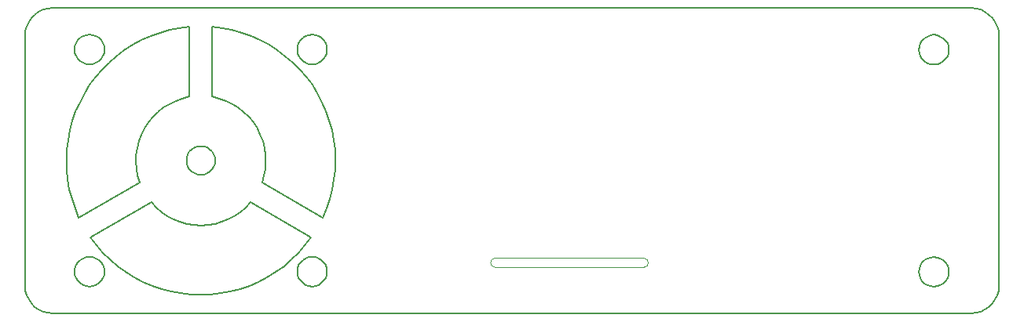
<source format=gbr>
G04 #@! TF.GenerationSoftware,KiCad,Pcbnew,5.0.2-bee76a0~70~ubuntu18.04.1*
G04 #@! TF.CreationDate,2019-06-24T09:04:58+02:00*
G04 #@! TF.ProjectId,RocketPCR,526f636b-6574-4504-9352-2e6b69636164,rev?*
G04 #@! TF.SameCoordinates,Original*
G04 #@! TF.FileFunction,Profile,NP*
%FSLAX46Y46*%
G04 Gerber Fmt 4.6, Leading zero omitted, Abs format (unit mm)*
G04 Created by KiCad (PCBNEW 5.0.2-bee76a0~70~ubuntu18.04.1) date Mo 24 Jun 2019 09:04:58 CEST*
%MOMM*%
%LPD*%
G01*
G04 APERTURE LIST*
%ADD10C,0.150000*%
%ADD11C,0.100000*%
G04 APERTURE END LIST*
D10*
X183026440Y-116528100D02*
X84037000Y-116528100D01*
X86382931Y-111994840D02*
X86418231Y-111642062D01*
X106949913Y-100882341D02*
X106985213Y-100106230D01*
X102293253Y-85677618D02*
X103351583Y-85889284D01*
X112700213Y-110548451D02*
X112982443Y-110724840D01*
X97848253Y-114323173D02*
X96789913Y-114146784D01*
X102928253Y-106350396D02*
X103598523Y-105997618D01*
X179040060Y-86400810D02*
X179392840Y-86436110D01*
X93614911Y-86982895D02*
X94602691Y-86524284D01*
X99012443Y-98765674D02*
X99329943Y-98589285D01*
X83507840Y-83543330D02*
X84037000Y-83508030D01*
X91039641Y-111395118D02*
X90228251Y-110689562D01*
X93121021Y-98624563D02*
X93015191Y-99365396D01*
X111994643Y-91815954D02*
X112559083Y-92733174D01*
X110442443Y-111642062D02*
X110548273Y-111289284D01*
X112347393Y-86418454D02*
X112700173Y-86559561D01*
X82520060Y-116104720D02*
X82096730Y-115822500D01*
X90228251Y-110689562D02*
X89452141Y-109948729D01*
X93756021Y-113088451D02*
X92838801Y-112594562D01*
X186025080Y-113494160D02*
X185989780Y-114023330D01*
X84037000Y-116528100D02*
X83507840Y-116457500D01*
X81214780Y-114552500D02*
X81073670Y-114023330D01*
X111994613Y-86383174D02*
X112347393Y-86418454D01*
X100000213Y-98448172D02*
X100352993Y-98483452D01*
X81073670Y-114023330D02*
X81038370Y-113494160D01*
X88746581Y-109137340D02*
X88111581Y-108290674D01*
X96789913Y-114146784D02*
X95766863Y-113864562D01*
X102222693Y-106632618D02*
X102928253Y-106350396D01*
X184049500Y-116316390D02*
X183555610Y-116457500D01*
X99329943Y-98589285D02*
X99647443Y-98483452D01*
X85818521Y-103104841D02*
X85642141Y-102046507D01*
X109772143Y-110689562D02*
X108960753Y-111395118D01*
X113899643Y-104127896D02*
X113546863Y-105150952D01*
X95766863Y-105574285D02*
X96366583Y-105997618D01*
X180027840Y-110777730D02*
X180274770Y-111024680D01*
X91745191Y-88041231D02*
X92662411Y-87476784D01*
X86982711Y-86735954D02*
X87300211Y-86559561D01*
X177417260Y-112012450D02*
X177452560Y-111659680D01*
X83507840Y-116457500D02*
X83013950Y-116316390D01*
X178334510Y-110566060D02*
X178687280Y-110460230D01*
X88358541Y-89558172D02*
X88005771Y-89593452D01*
X88993541Y-89240672D02*
X88676041Y-89417064D01*
X180274770Y-111024680D02*
X180486440Y-111306900D01*
X82096730Y-84213610D02*
X82520060Y-83896110D01*
X114464083Y-98836230D02*
X114499383Y-99894563D01*
X101552463Y-100000396D02*
X101517163Y-100353174D01*
X88676041Y-89417064D02*
X88358541Y-89558172D01*
X183555610Y-83543330D02*
X184049500Y-83684440D01*
X89452141Y-109948729D02*
X88746581Y-109137340D01*
X177593670Y-88693880D02*
X177452560Y-88376380D01*
X185989780Y-114023330D02*
X185848660Y-114552500D01*
X105644643Y-95837618D02*
X105150753Y-95273174D01*
X100670493Y-98589285D02*
X100952713Y-98765674D01*
X184966730Y-115822500D02*
X184543390Y-116104720D01*
X98483253Y-106844285D02*
X99224083Y-106950118D01*
X86453521Y-105150952D02*
X86100751Y-104127896D01*
X110442433Y-112347618D02*
X110407143Y-111994840D01*
X81073670Y-85977500D02*
X81214780Y-85483610D01*
X113546833Y-88358731D02*
X113441003Y-88676231D01*
X109066583Y-88711505D02*
X109877973Y-89381784D01*
X113829083Y-95696507D02*
X114111303Y-96719563D01*
X85853801Y-96719563D02*
X86136021Y-95696507D01*
X111006833Y-89240672D02*
X110759893Y-88993731D01*
X111641883Y-113547062D02*
X111289103Y-113441229D01*
X89557991Y-88358731D02*
X89452161Y-88676231D01*
X86418271Y-88358731D02*
X86382971Y-88005954D01*
X179710340Y-86577220D02*
X180027840Y-86753610D01*
X89240451Y-111007062D02*
X89452121Y-111289284D01*
X81743950Y-115434440D02*
X81426450Y-115011110D01*
X86841581Y-106138729D02*
X86453521Y-105150952D01*
X111289053Y-89417064D02*
X111006833Y-89240672D01*
X99224083Y-106950118D02*
X100000193Y-106985398D01*
X100000213Y-101552621D02*
X99647443Y-101517341D01*
X180027840Y-113247180D02*
X179710340Y-113458840D01*
X94637971Y-104515952D02*
X95167141Y-105080396D01*
X108078803Y-112030118D02*
X107161583Y-112594562D01*
X100741023Y-106950118D02*
X101517143Y-106844285D01*
X98483273Y-100353174D02*
X98447973Y-100000396D01*
X95766863Y-113864562D02*
X94743801Y-113511784D01*
X94602691Y-86524284D02*
X95590473Y-86171505D01*
X179710340Y-113458840D02*
X179392840Y-113564680D01*
X99012443Y-101199841D02*
X98765493Y-100952896D01*
X99329943Y-101376230D02*
X99012443Y-101199841D01*
X88111581Y-108290674D02*
X94637971Y-104515952D01*
X179710340Y-89470000D02*
X179392840Y-89575830D01*
X89557951Y-111642062D02*
X89593251Y-111994840D01*
X178334510Y-113458840D02*
X178017010Y-113247180D01*
X112559083Y-92733174D02*
X113052973Y-93685674D01*
X113229383Y-112982618D02*
X112982433Y-113229562D01*
X88358541Y-86418454D02*
X88676041Y-86559561D01*
X98589103Y-99330118D02*
X98765493Y-99012618D01*
X100000193Y-114499564D02*
X98906583Y-114464284D01*
X92838801Y-112594562D02*
X91921581Y-112030118D01*
X105150753Y-95273174D02*
X104621583Y-94744007D01*
X178687280Y-89575830D02*
X178334510Y-89470000D01*
X103386863Y-93862064D02*
X102681303Y-93544564D01*
X102681303Y-93544564D02*
X101975753Y-93262341D01*
X106808803Y-101623174D02*
X106949913Y-100882341D01*
X106844083Y-98624563D02*
X106667693Y-97883730D01*
X111888803Y-108290674D02*
X111218533Y-109137340D01*
X100952713Y-101199841D02*
X100670493Y-101376230D01*
X104797973Y-105080396D02*
X105327143Y-104515952D01*
X179392840Y-110460230D02*
X179710340Y-110566060D01*
X184543390Y-83896110D02*
X184966730Y-84213610D01*
X98589103Y-100670674D02*
X98483273Y-100353174D01*
X83013950Y-83684440D02*
X83507840Y-83543330D01*
X104233523Y-105574285D02*
X104797973Y-105080396D01*
X93015191Y-99365396D02*
X92979891Y-100106230D01*
X97742413Y-106632618D02*
X98483253Y-106844285D01*
X113229333Y-88993731D02*
X112982393Y-89240672D01*
X111994663Y-110407338D02*
X112347443Y-110442618D01*
X88005751Y-91815954D02*
X88640751Y-90969284D01*
X86735771Y-88993731D02*
X86559381Y-88676231D01*
X96366583Y-105997618D02*
X97036863Y-106350396D01*
X184049500Y-83684440D02*
X184543390Y-83896110D01*
X184543390Y-116104720D02*
X184049500Y-116316390D01*
X85536301Y-100988174D02*
X85501001Y-99894563D01*
X113546883Y-112347618D02*
X113441053Y-112700396D01*
X86382971Y-88005954D02*
X86418271Y-87617895D01*
X110759933Y-112982618D02*
X110548273Y-112700396D01*
X89452121Y-111289284D02*
X89557951Y-111642062D01*
X113441003Y-87300395D02*
X113546833Y-87617895D01*
X110548223Y-87300395D02*
X110759893Y-86982895D01*
X113123533Y-106138729D02*
X106597143Y-102364007D01*
X87300211Y-89417064D02*
X86982711Y-89240672D01*
X112700173Y-86559561D02*
X112982393Y-86735954D01*
X89557951Y-112347618D02*
X89452121Y-112700396D01*
X89452121Y-112700396D02*
X89240451Y-112982618D01*
X110654083Y-90157895D02*
X111359643Y-90969284D01*
X93579641Y-97178174D02*
X93332691Y-97883730D01*
X112700173Y-89417064D02*
X112347393Y-89558172D01*
X88993501Y-110724840D02*
X89240451Y-111007062D01*
X89593291Y-88005954D02*
X89557991Y-88358731D01*
X113476303Y-94673452D02*
X113829083Y-95696507D01*
X87300171Y-110548451D02*
X87652951Y-110442618D01*
X89452161Y-88676231D02*
X89240491Y-88993731D01*
X86735771Y-86982895D02*
X86982711Y-86735954D01*
X88640751Y-90969284D02*
X89346301Y-90157895D01*
X88005771Y-89593452D02*
X87652991Y-89558172D01*
X93191601Y-101623174D02*
X93403271Y-102364007D01*
X113582133Y-88005954D02*
X113546833Y-88358731D01*
X90898521Y-88711505D02*
X91745191Y-88041231D01*
X86982711Y-89240672D02*
X86735771Y-88993731D01*
X87300171Y-113441229D02*
X86982671Y-113229562D01*
X112982433Y-113229562D02*
X112700213Y-113441229D01*
X88676041Y-86559561D02*
X88993541Y-86735954D01*
X88358501Y-113547062D02*
X88005731Y-113582342D01*
X113229333Y-86982895D02*
X113441003Y-87300395D01*
X112347433Y-113547062D02*
X111994663Y-113582342D01*
X112347393Y-89558172D02*
X111994613Y-89593452D01*
X86559381Y-87300395D02*
X86735771Y-86982895D01*
X89452161Y-87300395D02*
X89557991Y-87617895D01*
X93332691Y-97883730D02*
X93121021Y-98624563D01*
X113546833Y-87617895D02*
X113582133Y-88005954D01*
X86418231Y-112347618D02*
X86382931Y-111994840D01*
X87652991Y-86418454D02*
X88005771Y-86383174D01*
X186025080Y-86506660D02*
X186025080Y-113494160D01*
X100352993Y-101517341D02*
X100000213Y-101552621D01*
X91921581Y-112030118D02*
X91039641Y-111395118D01*
X111218533Y-109137340D02*
X110512973Y-109948729D01*
X106949913Y-99365396D02*
X106844083Y-98624563D01*
X100352993Y-98483452D02*
X100670493Y-98589285D01*
X180592270Y-88376380D02*
X180486440Y-88693880D01*
X177593670Y-111306900D02*
X177770060Y-111024680D01*
X177770060Y-89011380D02*
X177593670Y-88693880D01*
X180486440Y-88693880D02*
X180274770Y-89011380D01*
X105327143Y-104515952D02*
X111888803Y-108290674D01*
X106985213Y-100106230D02*
X106949913Y-99365396D01*
X106385473Y-97178174D02*
X106067973Y-96507896D01*
X106067973Y-96507896D02*
X105644643Y-95837618D01*
X185848660Y-85483610D02*
X185989780Y-85977500D01*
X101058523Y-114464284D02*
X100000193Y-114499564D01*
X177417260Y-88023610D02*
X177452560Y-87670830D01*
X180274770Y-113000230D02*
X180027840Y-113247180D01*
X89593251Y-111994840D02*
X89557951Y-112347618D01*
X81038370Y-113494160D02*
X81038370Y-86506660D01*
X86559381Y-88676231D02*
X86418271Y-88358731D01*
X88676001Y-113441229D02*
X88358501Y-113547062D01*
X177593670Y-112718010D02*
X177452560Y-112365230D01*
X90087141Y-89381784D02*
X90898521Y-88711505D01*
X179710340Y-110566060D02*
X180027840Y-110777730D01*
X177770060Y-111024680D02*
X178017010Y-110777730D01*
X87652951Y-110442618D02*
X88005731Y-110407338D01*
X99647443Y-98483452D02*
X100000213Y-98448172D01*
X177770060Y-87000550D02*
X178017010Y-86753610D01*
X103351583Y-85889284D02*
X104374643Y-86171505D01*
X185637000Y-115011110D02*
X185319500Y-115434440D01*
X104374643Y-86171505D02*
X105397693Y-86524284D01*
X100952713Y-98765674D02*
X101199663Y-99012618D01*
X101975753Y-93262341D02*
X101234913Y-93085951D01*
X110407143Y-111994840D02*
X110442443Y-111642062D01*
X111289103Y-110548451D02*
X111641883Y-110442618D01*
X105397693Y-86524284D02*
X106385473Y-86982895D01*
X110442393Y-87617895D02*
X110548223Y-87300395D01*
X180486440Y-87318050D02*
X180592270Y-87670830D01*
X98730193Y-93085951D02*
X97989363Y-93262341D01*
X92662411Y-87476784D02*
X93614911Y-86982895D01*
X113052973Y-93685674D02*
X113476303Y-94673452D01*
X107337973Y-87476784D02*
X108219913Y-88041231D01*
X97036863Y-106350396D02*
X97742413Y-106632618D01*
X180627570Y-112012450D02*
X180592270Y-112365230D01*
X114464083Y-100988174D02*
X114358253Y-102046507D01*
X97989363Y-93262341D02*
X97283803Y-93544564D01*
X95378803Y-94744007D02*
X94814361Y-95273174D01*
X180627570Y-88023610D02*
X180592270Y-88376380D01*
X179040060Y-113599980D02*
X178687280Y-113564680D01*
X104021863Y-94250118D02*
X103386863Y-93862064D01*
X114499383Y-99894563D02*
X114464083Y-100988174D01*
X179040060Y-89611130D02*
X178687280Y-89575830D01*
X95167141Y-105080396D02*
X95766863Y-105574285D01*
X110512973Y-109948729D02*
X109772143Y-110689562D01*
X86559341Y-112700396D02*
X86418231Y-112347618D01*
X113546883Y-111642062D02*
X113582183Y-111994840D01*
X179392840Y-86436110D02*
X179710340Y-86577220D01*
X113229383Y-111007062D02*
X113441053Y-111289284D01*
X86100751Y-104127896D02*
X85818521Y-103104841D01*
X87441301Y-92733174D02*
X88005751Y-91815954D01*
X177452560Y-87670830D02*
X177593670Y-87318050D01*
X179392840Y-89575830D02*
X179040060Y-89611130D01*
X88993541Y-86735954D02*
X89240491Y-86982895D01*
X113441053Y-112700396D02*
X113229383Y-112982618D01*
X84037000Y-83508030D02*
X183026440Y-83508030D01*
X180486440Y-112718010D02*
X180274770Y-113000230D01*
X107161583Y-112594562D02*
X106209083Y-113088451D01*
X98765493Y-100952896D02*
X98589103Y-100670674D01*
X112982393Y-89240672D02*
X112700173Y-89417064D01*
X86136021Y-95696507D02*
X86488801Y-94673452D01*
X178017010Y-89258330D02*
X177770060Y-89011380D01*
X85536301Y-98836230D02*
X85677411Y-97777896D01*
X110548273Y-111289284D02*
X110759943Y-111007062D01*
X104621583Y-94744007D02*
X104021863Y-94250118D01*
X101199663Y-100952896D02*
X100952713Y-101199841D01*
X111289053Y-86559561D02*
X111641833Y-86418454D01*
X98906583Y-114464284D02*
X97848253Y-114323173D01*
X83013950Y-116316390D02*
X82520060Y-116104720D01*
X183026440Y-83508030D02*
X183555610Y-83543330D01*
X100670493Y-101376230D02*
X100352993Y-101517341D01*
X82096730Y-115822500D02*
X81743950Y-115434440D01*
X180027840Y-86753610D02*
X180274770Y-87000550D01*
X185319500Y-115434440D02*
X184966730Y-115822500D01*
X101199663Y-99012618D02*
X101376053Y-99330118D01*
X102116863Y-114323173D02*
X101058523Y-114464284D01*
X99647443Y-101517341D02*
X99329943Y-101376230D01*
X108960753Y-111395118D02*
X108078803Y-112030118D01*
X101376053Y-100670674D02*
X101199663Y-100952896D01*
X185848660Y-114552500D02*
X185637000Y-115011110D01*
X81038370Y-86506660D02*
X81073670Y-85977500D01*
X114358253Y-102046507D02*
X114146583Y-103104841D01*
X101517163Y-100353174D02*
X101376053Y-100670674D01*
X100000193Y-106985398D02*
X100741023Y-106950118D01*
X110407093Y-88005954D02*
X110442393Y-87617895D01*
X177593670Y-87318050D02*
X177770060Y-87000550D01*
X89346301Y-90157895D02*
X90087141Y-89381784D01*
X86488801Y-94673452D02*
X86947411Y-93685674D01*
X111641883Y-110442618D02*
X111994663Y-110407338D01*
X111641833Y-89558172D02*
X111289053Y-89417064D01*
X111006883Y-113229562D02*
X110759933Y-112982618D01*
X96613523Y-85889284D02*
X97671863Y-85677618D01*
X110759893Y-88993731D02*
X110548223Y-88676231D01*
X109877973Y-89381784D02*
X110654083Y-90157895D01*
X101234913Y-93085951D02*
X101234913Y-85536505D01*
X96613523Y-93862064D02*
X95978523Y-94250118D01*
X81214780Y-85483610D02*
X81426450Y-85025000D01*
X112982443Y-110724840D02*
X113229383Y-111007062D01*
X88005731Y-110407338D02*
X88358501Y-110442618D01*
X89240491Y-86982895D02*
X89452161Y-87300395D01*
X108219913Y-88041231D02*
X109066583Y-88711505D01*
X112982393Y-86735954D02*
X113229333Y-86982895D01*
X178687280Y-110460230D02*
X179040060Y-110424930D01*
X178017010Y-113247180D02*
X177770060Y-113000230D01*
X177452560Y-111659680D02*
X177593670Y-111306900D01*
X112347443Y-110442618D02*
X112700213Y-110548451D01*
X93403251Y-102364007D02*
X86841581Y-106138729D01*
X178334510Y-89470000D02*
X178017010Y-89258330D01*
X103598523Y-105997618D02*
X104233523Y-105574285D01*
X81426450Y-115011110D02*
X81214780Y-114552500D01*
X185989780Y-85977500D02*
X186025080Y-86506660D01*
X180027840Y-89258330D02*
X179710340Y-89470000D01*
X178687280Y-113564680D02*
X178334510Y-113458840D01*
X110548223Y-88676231D02*
X110442393Y-88358731D01*
X101517163Y-99647618D02*
X101552463Y-100000396D01*
X98730193Y-85536505D02*
X98730193Y-93085951D01*
X178017010Y-86753610D02*
X178334510Y-86577220D01*
X98483273Y-99647618D02*
X98589103Y-99330118D01*
X85501001Y-99894563D02*
X85536301Y-98836230D01*
X101376053Y-99330118D02*
X101517163Y-99647618D01*
X94814361Y-95273174D02*
X94355751Y-95837618D01*
X112700213Y-113441229D02*
X112347433Y-113547062D01*
X111994613Y-89593452D02*
X111641833Y-89558172D01*
X114111303Y-96719563D02*
X114322973Y-97777896D01*
X111006833Y-86735954D02*
X111289053Y-86559561D01*
X114322973Y-97777896D02*
X114464083Y-98836230D01*
X86982671Y-110724840D02*
X87300171Y-110548451D01*
X101517143Y-106844285D02*
X102222693Y-106632618D01*
X89240451Y-112982618D02*
X88993501Y-113229562D01*
X87300211Y-86559561D02*
X87652991Y-86418454D01*
X86982671Y-113229562D02*
X86735731Y-112982618D01*
X113546863Y-105150952D02*
X113123533Y-106138729D01*
X177770060Y-113000230D02*
X177593670Y-112718010D01*
X183555610Y-116457500D02*
X183026440Y-116528100D01*
X110442393Y-88358731D02*
X110407093Y-88005954D01*
X106385473Y-86982895D02*
X107337973Y-87476784D01*
X111994663Y-113582342D02*
X111641883Y-113547062D01*
X111289103Y-113441229D02*
X111006883Y-113229562D01*
X88993501Y-113229562D02*
X88676001Y-113441229D01*
X180486440Y-111306900D02*
X180592270Y-111659680D01*
X82520060Y-83896110D02*
X83013950Y-83684440D01*
X103175193Y-114146784D02*
X102116863Y-114323173D01*
X180274770Y-89011380D02*
X180027840Y-89258330D01*
X113441003Y-88676231D02*
X113229333Y-88993731D01*
X89557991Y-87617895D02*
X89593291Y-88005954D01*
X86418231Y-111642062D02*
X86559341Y-111289284D01*
X95978523Y-94250118D02*
X95378803Y-94744007D01*
X110759943Y-111007062D02*
X111006883Y-110724840D01*
X85642141Y-102046507D02*
X85536301Y-100988174D01*
X86947411Y-93685674D02*
X87441301Y-92733174D01*
X89240491Y-88993731D02*
X88993541Y-89240672D01*
X113582183Y-111994840D02*
X113546883Y-112347618D01*
X85677411Y-97777896D02*
X85853801Y-96719563D01*
X97283803Y-93544564D02*
X96613523Y-93862064D01*
X114146583Y-103104841D02*
X113899643Y-104127896D01*
X88358501Y-110442618D02*
X88676001Y-110548451D01*
X88005731Y-113582342D02*
X87652951Y-113547062D01*
X111359643Y-90969284D02*
X111994643Y-91815954D01*
X111641833Y-86418454D02*
X111994613Y-86383174D01*
X93932411Y-96507896D02*
X93579641Y-97178174D01*
X86559341Y-111289284D02*
X86735731Y-111007062D01*
X94743801Y-113511784D02*
X93756021Y-113088451D01*
X86735731Y-111007062D02*
X86982671Y-110724840D01*
X110548273Y-112700396D02*
X110442433Y-112347618D01*
X86735731Y-112982618D02*
X86559341Y-112700396D01*
X101234913Y-85536505D02*
X102293253Y-85677618D01*
X94355751Y-95837618D02*
X93932411Y-96507896D01*
X93050491Y-100882341D02*
X93191601Y-101623174D01*
X110759893Y-86982895D02*
X111006833Y-86735954D01*
X86418271Y-87617895D02*
X86559381Y-87300395D01*
X106597143Y-102364007D02*
X106808803Y-101623174D01*
X178334510Y-86577220D02*
X178687280Y-86436110D01*
X178687280Y-86436110D02*
X179040060Y-86400810D01*
X180274770Y-87000550D02*
X180486440Y-87318050D01*
X180592270Y-111659680D02*
X180627570Y-112012450D01*
X179392840Y-113564680D02*
X179040060Y-113599980D01*
X180592270Y-87670830D02*
X180627570Y-88023610D01*
X185319500Y-84566380D02*
X185637000Y-85025000D01*
X97671863Y-85677618D02*
X98730193Y-85536505D01*
X180592270Y-112365230D02*
X180486440Y-112718010D01*
X87652991Y-89558172D02*
X87300211Y-89417064D01*
X98447973Y-100000396D02*
X98483273Y-99647618D01*
X111006883Y-110724840D02*
X111289103Y-110548451D01*
X92979891Y-100106230D02*
X93050491Y-100882341D01*
X106209083Y-113088451D02*
X105221303Y-113511784D01*
X184966730Y-84213610D02*
X185319500Y-84566380D01*
X177452560Y-112365230D02*
X177417260Y-112012450D01*
X81743950Y-84566380D02*
X82096730Y-84213610D01*
X88676001Y-110548451D02*
X88993501Y-110724840D01*
X81426450Y-85025000D02*
X81743950Y-84566380D01*
X87652951Y-113547062D02*
X87300171Y-113441229D01*
X179040060Y-110424930D02*
X179392840Y-110460230D01*
X113441053Y-111289284D02*
X113546883Y-111642062D01*
X95590473Y-86171505D02*
X96613523Y-85889284D01*
X88005771Y-86383174D02*
X88358541Y-86418454D01*
X178017010Y-110777730D02*
X178334510Y-110566060D01*
X98765493Y-99012618D02*
X99012443Y-98765674D01*
X106667693Y-97883730D02*
X106385473Y-97178174D01*
X104233523Y-113864562D02*
X103175193Y-114146784D01*
X105221303Y-113511784D02*
X104233523Y-113864562D01*
X177452560Y-88376380D02*
X177417260Y-88023610D01*
X185637000Y-85025000D02*
X185848660Y-85483610D01*
D11*
X147737000Y-110530000D02*
G75*
G02X147737000Y-111530000I0J-500000D01*
G01*
X131737000Y-111530000D02*
G75*
G02X131737000Y-110530000I0J500000D01*
G01*
X147737000Y-111530000D02*
X131737000Y-111530000D01*
X131737000Y-110530000D02*
X147737000Y-110530000D01*
M02*

</source>
